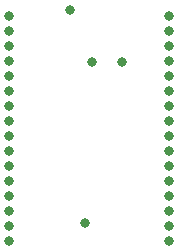
<source format=gbr>
G04 #@! TF.GenerationSoftware,KiCad,Pcbnew,(6.0.1-0)*
G04 #@! TF.CreationDate,2022-03-14T10:45:46-04:00*
G04 #@! TF.ProjectId,MBC1-PLCC32,4d424331-2d50-44c4-9343-33322e6b6963,rev?*
G04 #@! TF.SameCoordinates,Original*
G04 #@! TF.FileFunction,Soldermask,Bot*
G04 #@! TF.FilePolarity,Negative*
%FSLAX46Y46*%
G04 Gerber Fmt 4.6, Leading zero omitted, Abs format (unit mm)*
G04 Created by KiCad (PCBNEW (6.0.1-0)) date 2022-03-14 10:45:46*
%MOMM*%
%LPD*%
G01*
G04 APERTURE LIST*
%ADD10C,0.800000*%
G04 APERTURE END LIST*
D10*
X119400000Y-49300000D03*
X119400000Y-50570000D03*
X112900000Y-53200000D03*
X119400000Y-51840000D03*
X119400000Y-53110000D03*
X119400000Y-54380000D03*
X119400000Y-55650000D03*
X119400000Y-56920000D03*
X119400000Y-58190000D03*
X119400000Y-59460000D03*
X119400000Y-60730000D03*
X119400000Y-62000000D03*
X119400000Y-63270000D03*
X119400000Y-64540000D03*
X119400000Y-65810000D03*
X119400000Y-67080000D03*
X119400000Y-68350000D03*
X105850000Y-68350000D03*
X105850000Y-67080000D03*
X105850000Y-65810000D03*
X105850000Y-64540000D03*
X105850000Y-63270000D03*
X105850000Y-62000000D03*
X105850000Y-60730000D03*
X105850000Y-59460000D03*
X105850000Y-58190000D03*
X105850000Y-56920000D03*
X105850000Y-55650000D03*
X105850000Y-54380000D03*
X105850000Y-53110000D03*
X105850000Y-51840000D03*
X105850000Y-50570000D03*
X105850000Y-49300000D03*
X115400000Y-53150000D03*
X112250000Y-66800000D03*
X111050000Y-48810000D03*
M02*

</source>
